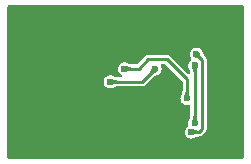
<source format=gbr>
%TF.GenerationSoftware,KiCad,Pcbnew,6.0.4*%
%TF.CreationDate,2022-06-18T10:37:32+08:00*%
%TF.ProjectId,screen_sub_board,73637265-656e-45f7-9375-625f626f6172,rev?*%
%TF.SameCoordinates,Original*%
%TF.FileFunction,Copper,L2,Bot*%
%TF.FilePolarity,Positive*%
%FSLAX46Y46*%
G04 Gerber Fmt 4.6, Leading zero omitted, Abs format (unit mm)*
G04 Created by KiCad (PCBNEW 6.0.4) date 2022-06-18 10:37:32*
%MOMM*%
%LPD*%
G01*
G04 APERTURE LIST*
%TA.AperFunction,ViaPad*%
%ADD10C,0.600000*%
%TD*%
%TA.AperFunction,Conductor*%
%ADD11C,0.250000*%
%TD*%
G04 APERTURE END LIST*
D10*
%TO.N,GND*%
X144300000Y-105800000D03*
X147300000Y-96800000D03*
X146300000Y-96800000D03*
X129300000Y-102800000D03*
X129300000Y-101800000D03*
X129300000Y-95800000D03*
X129300000Y-94800000D03*
X136300000Y-95800000D03*
X135300000Y-95800000D03*
X136300000Y-102800000D03*
X135300000Y-102800000D03*
%TO.N,+5V*%
X144800000Y-97450000D03*
%TO.N,+3V3*%
X144650000Y-98400000D03*
%TO.N,+5V*%
X144363196Y-104046289D03*
%TO.N,+3V3*%
X144650000Y-103300000D03*
%TO.N,GND*%
X142920000Y-103680000D03*
%TO.N,/MOSI*%
X141300000Y-98700000D03*
%TO.N,/DC*%
X144000000Y-101200000D03*
%TO.N,/MOSI*%
X137500000Y-99800000D03*
%TO.N,/DC*%
X138700000Y-98700000D03*
%TD*%
D11*
%TO.N,+5V*%
X144363196Y-104046289D02*
X145003711Y-104046289D01*
X145003711Y-104046289D02*
X145274511Y-103775489D01*
X145274511Y-103775489D02*
X145274511Y-97924511D01*
X145274511Y-97924511D02*
X144800000Y-97450000D01*
%TO.N,+3V3*%
X144650000Y-103300000D02*
X144650000Y-98400000D01*
%TO.N,/DC*%
X140700000Y-97900000D02*
X142300000Y-97900000D01*
X138700000Y-98700000D02*
X139900000Y-98700000D01*
X139900000Y-98700000D02*
X140700000Y-97900000D01*
X142300000Y-97900000D02*
X144000000Y-99600000D01*
X144000000Y-99600000D02*
X144000000Y-101200000D01*
%TO.N,/MOSI*%
X137500000Y-99800000D02*
X140200000Y-99800000D01*
X140200000Y-99800000D02*
X141300000Y-98700000D01*
%TD*%
%TA.AperFunction,Conductor*%
%TO.N,+5V*%
G36*
X144501363Y-103780019D02*
G01*
X144543807Y-103801408D01*
X144544053Y-103801535D01*
X144587557Y-103824763D01*
X144626833Y-103845960D01*
X144663835Y-103864897D01*
X144700617Y-103881400D01*
X144700812Y-103881470D01*
X144700819Y-103881473D01*
X144738994Y-103895207D01*
X144739002Y-103895210D01*
X144739237Y-103895294D01*
X144739476Y-103895357D01*
X144739481Y-103895358D01*
X144781495Y-103906339D01*
X144781503Y-103906341D01*
X144781749Y-103906405D01*
X144782008Y-103906449D01*
X144782010Y-103906449D01*
X144829989Y-103914520D01*
X144830209Y-103914557D01*
X144830431Y-103914577D01*
X144830433Y-103914577D01*
X144839121Y-103915349D01*
X144886673Y-103919577D01*
X144886856Y-103919582D01*
X144886861Y-103919582D01*
X144941797Y-103920996D01*
X144949979Y-103924634D01*
X144953196Y-103932692D01*
X144953196Y-104159886D01*
X144949769Y-104168159D01*
X144941797Y-104171582D01*
X144886861Y-104172995D01*
X144886856Y-104172995D01*
X144886673Y-104173000D01*
X144839121Y-104177228D01*
X144830433Y-104178000D01*
X144830431Y-104178000D01*
X144830209Y-104178020D01*
X144829989Y-104178057D01*
X144782010Y-104186128D01*
X144782008Y-104186128D01*
X144781749Y-104186172D01*
X144781503Y-104186236D01*
X144781495Y-104186238D01*
X144739481Y-104197219D01*
X144739476Y-104197220D01*
X144739237Y-104197283D01*
X144739002Y-104197367D01*
X144738994Y-104197370D01*
X144700819Y-104211104D01*
X144700812Y-104211107D01*
X144700617Y-104211177D01*
X144663835Y-104227680D01*
X144626833Y-104246617D01*
X144626811Y-104246629D01*
X144626803Y-104246633D01*
X144587603Y-104267789D01*
X144587557Y-104267814D01*
X144544053Y-104291042D01*
X144543807Y-104291169D01*
X144501363Y-104312559D01*
X144492433Y-104313222D01*
X144487988Y-104310544D01*
X144401820Y-104227680D01*
X144221965Y-104054722D01*
X144218377Y-104046518D01*
X144221965Y-104037856D01*
X144331323Y-103932692D01*
X144467709Y-103801535D01*
X144487988Y-103782034D01*
X144496327Y-103778769D01*
X144501363Y-103780019D01*
G37*
%TD.AperFunction*%
%TD*%
%TA.AperFunction,Conductor*%
%TO.N,+5V*%
G36*
X145075099Y-97351386D02*
G01*
X145083303Y-97354974D01*
X145085981Y-97359419D01*
X145100867Y-97404553D01*
X145100951Y-97404816D01*
X145115290Y-97452006D01*
X145128073Y-97494766D01*
X145140846Y-97534321D01*
X145140901Y-97534465D01*
X145155104Y-97571785D01*
X145155109Y-97571797D01*
X145155186Y-97571999D01*
X145172670Y-97609132D01*
X145194874Y-97647048D01*
X145223376Y-97687079D01*
X145259752Y-97730554D01*
X145259878Y-97730687D01*
X145259881Y-97730690D01*
X145297727Y-97770535D01*
X145300940Y-97778894D01*
X145297517Y-97786866D01*
X145136866Y-97947517D01*
X145128593Y-97950944D01*
X145120535Y-97947727D01*
X145080690Y-97909881D01*
X145080687Y-97909878D01*
X145080554Y-97909752D01*
X145037079Y-97873376D01*
X144997048Y-97844874D01*
X144996811Y-97844735D01*
X144959365Y-97822806D01*
X144959357Y-97822802D01*
X144959132Y-97822670D01*
X144921999Y-97805186D01*
X144921797Y-97805109D01*
X144921785Y-97805104D01*
X144894177Y-97794597D01*
X144884321Y-97790846D01*
X144844766Y-97778073D01*
X144844717Y-97778058D01*
X144844697Y-97778052D01*
X144802057Y-97765305D01*
X144802006Y-97765290D01*
X144754816Y-97750951D01*
X144754553Y-97750867D01*
X144709419Y-97735981D01*
X144702636Y-97730136D01*
X144701386Y-97725099D01*
X144694172Y-97356099D01*
X144697437Y-97347760D01*
X144706099Y-97344172D01*
X145075099Y-97351386D01*
G37*
%TD.AperFunction*%
%TD*%
%TA.AperFunction,Conductor*%
%TO.N,+3V3*%
G36*
X144658433Y-98258769D02*
G01*
X144914255Y-98524792D01*
X144917520Y-98533131D01*
X144916270Y-98538167D01*
X144894880Y-98580611D01*
X144894753Y-98580857D01*
X144871525Y-98624361D01*
X144850328Y-98663637D01*
X144831391Y-98700639D01*
X144814888Y-98737421D01*
X144800994Y-98776041D01*
X144789883Y-98818553D01*
X144781731Y-98867013D01*
X144776711Y-98923477D01*
X144776706Y-98923660D01*
X144776706Y-98923665D01*
X144775293Y-98978601D01*
X144771655Y-98986783D01*
X144763597Y-98990000D01*
X144536403Y-98990000D01*
X144528130Y-98986573D01*
X144524707Y-98978601D01*
X144523293Y-98923665D01*
X144523293Y-98923660D01*
X144523288Y-98923477D01*
X144518268Y-98867013D01*
X144510116Y-98818553D01*
X144499005Y-98776041D01*
X144485111Y-98737421D01*
X144468608Y-98700639D01*
X144449671Y-98663637D01*
X144428474Y-98624361D01*
X144405246Y-98580857D01*
X144405119Y-98580611D01*
X144383730Y-98538167D01*
X144383067Y-98529237D01*
X144385745Y-98524792D01*
X144641567Y-98258769D01*
X144649771Y-98255181D01*
X144658433Y-98258769D01*
G37*
%TD.AperFunction*%
%TD*%
%TA.AperFunction,Conductor*%
%TO.N,+3V3*%
G36*
X144771870Y-102713427D02*
G01*
X144775293Y-102721399D01*
X144776711Y-102776522D01*
X144781731Y-102832986D01*
X144789883Y-102881446D01*
X144800994Y-102923958D01*
X144814888Y-102962578D01*
X144831391Y-102999360D01*
X144831457Y-102999490D01*
X144831458Y-102999491D01*
X144850309Y-103036324D01*
X144850328Y-103036362D01*
X144871500Y-103075592D01*
X144871525Y-103075638D01*
X144894753Y-103119142D01*
X144894880Y-103119388D01*
X144916270Y-103161833D01*
X144916933Y-103170763D01*
X144914255Y-103175208D01*
X144658433Y-103441231D01*
X144650229Y-103444819D01*
X144641567Y-103441231D01*
X144385745Y-103175208D01*
X144382480Y-103166869D01*
X144383730Y-103161833D01*
X144405119Y-103119388D01*
X144405246Y-103119142D01*
X144428449Y-103075684D01*
X144428474Y-103075638D01*
X144449671Y-103036362D01*
X144449690Y-103036324D01*
X144468541Y-102999491D01*
X144468542Y-102999490D01*
X144468608Y-102999360D01*
X144485111Y-102962578D01*
X144499005Y-102923958D01*
X144510116Y-102881446D01*
X144518268Y-102832986D01*
X144523288Y-102776522D01*
X144524707Y-102721399D01*
X144528345Y-102713217D01*
X144536403Y-102710000D01*
X144763597Y-102710000D01*
X144771870Y-102713427D01*
G37*
%TD.AperFunction*%
%TD*%
%TA.AperFunction,Conductor*%
%TO.N,/DC*%
G36*
X138838167Y-98433730D02*
G01*
X138880611Y-98455119D01*
X138880857Y-98455246D01*
X138924361Y-98478474D01*
X138963637Y-98499671D01*
X139000639Y-98518608D01*
X139037421Y-98535111D01*
X139037616Y-98535181D01*
X139037623Y-98535184D01*
X139075798Y-98548918D01*
X139075806Y-98548921D01*
X139076041Y-98549005D01*
X139076280Y-98549068D01*
X139076285Y-98549069D01*
X139118299Y-98560050D01*
X139118307Y-98560052D01*
X139118553Y-98560116D01*
X139118812Y-98560160D01*
X139118814Y-98560160D01*
X139166793Y-98568231D01*
X139167013Y-98568268D01*
X139167235Y-98568288D01*
X139167237Y-98568288D01*
X139175925Y-98569060D01*
X139223477Y-98573288D01*
X139223660Y-98573293D01*
X139223665Y-98573293D01*
X139278601Y-98574707D01*
X139286783Y-98578345D01*
X139290000Y-98586403D01*
X139290000Y-98813597D01*
X139286573Y-98821870D01*
X139278601Y-98825293D01*
X139223665Y-98826706D01*
X139223660Y-98826706D01*
X139223477Y-98826711D01*
X139175925Y-98830939D01*
X139167237Y-98831711D01*
X139167235Y-98831711D01*
X139167013Y-98831731D01*
X139166793Y-98831768D01*
X139118814Y-98839839D01*
X139118812Y-98839839D01*
X139118553Y-98839883D01*
X139118307Y-98839947D01*
X139118299Y-98839949D01*
X139076285Y-98850930D01*
X139076280Y-98850931D01*
X139076041Y-98850994D01*
X139075806Y-98851078D01*
X139075798Y-98851081D01*
X139037623Y-98864815D01*
X139037616Y-98864818D01*
X139037421Y-98864888D01*
X139000639Y-98881391D01*
X138963637Y-98900328D01*
X138963615Y-98900340D01*
X138963607Y-98900344D01*
X138924407Y-98921500D01*
X138924361Y-98921525D01*
X138880857Y-98944753D01*
X138880611Y-98944880D01*
X138838167Y-98966270D01*
X138829237Y-98966933D01*
X138824792Y-98964255D01*
X138738624Y-98881391D01*
X138558769Y-98708433D01*
X138555181Y-98700229D01*
X138558769Y-98691567D01*
X138668127Y-98586403D01*
X138804513Y-98455246D01*
X138824792Y-98435745D01*
X138833131Y-98432480D01*
X138838167Y-98433730D01*
G37*
%TD.AperFunction*%
%TD*%
%TA.AperFunction,Conductor*%
%TO.N,/DC*%
G36*
X144121870Y-100613427D02*
G01*
X144125293Y-100621399D01*
X144126711Y-100676522D01*
X144131731Y-100732986D01*
X144139883Y-100781446D01*
X144150994Y-100823958D01*
X144164888Y-100862578D01*
X144181391Y-100899360D01*
X144181457Y-100899490D01*
X144181458Y-100899491D01*
X144200309Y-100936324D01*
X144200328Y-100936362D01*
X144221500Y-100975592D01*
X144221525Y-100975638D01*
X144244753Y-101019142D01*
X144244880Y-101019388D01*
X144266270Y-101061833D01*
X144266933Y-101070763D01*
X144264255Y-101075208D01*
X144008433Y-101341231D01*
X144000229Y-101344819D01*
X143991567Y-101341231D01*
X143735745Y-101075208D01*
X143732480Y-101066869D01*
X143733730Y-101061833D01*
X143755119Y-101019388D01*
X143755246Y-101019142D01*
X143778449Y-100975684D01*
X143778474Y-100975638D01*
X143799671Y-100936362D01*
X143799690Y-100936324D01*
X143818541Y-100899491D01*
X143818542Y-100899490D01*
X143818608Y-100899360D01*
X143835111Y-100862578D01*
X143849005Y-100823958D01*
X143860116Y-100781446D01*
X143868268Y-100732986D01*
X143873288Y-100676522D01*
X143874707Y-100621399D01*
X143878345Y-100613217D01*
X143886403Y-100610000D01*
X144113597Y-100610000D01*
X144121870Y-100613427D01*
G37*
%TD.AperFunction*%
%TD*%
%TA.AperFunction,Conductor*%
%TO.N,/MOSI*%
G36*
X141402240Y-98597437D02*
G01*
X141405828Y-98606099D01*
X141398614Y-98975099D01*
X141395026Y-98983303D01*
X141390581Y-98985981D01*
X141345446Y-99000867D01*
X141345183Y-99000951D01*
X141297993Y-99015290D01*
X141297942Y-99015305D01*
X141255302Y-99028052D01*
X141255282Y-99028058D01*
X141255233Y-99028073D01*
X141215678Y-99040846D01*
X141205822Y-99044597D01*
X141178214Y-99055104D01*
X141178202Y-99055109D01*
X141178000Y-99055186D01*
X141140867Y-99072670D01*
X141140642Y-99072802D01*
X141140634Y-99072806D01*
X141103188Y-99094735D01*
X141102951Y-99094874D01*
X141062920Y-99123376D01*
X141019445Y-99159752D01*
X141019312Y-99159878D01*
X141019309Y-99159881D01*
X140979465Y-99197727D01*
X140971106Y-99200940D01*
X140963134Y-99197517D01*
X140802482Y-99036865D01*
X140799055Y-99028592D01*
X140802271Y-99020537D01*
X140840247Y-98980554D01*
X140876623Y-98937079D01*
X140905125Y-98897048D01*
X140927329Y-98859132D01*
X140944813Y-98821999D01*
X140944890Y-98821797D01*
X140944895Y-98821785D01*
X140959098Y-98784465D01*
X140959153Y-98784321D01*
X140971926Y-98744766D01*
X140984709Y-98702006D01*
X140999048Y-98654816D01*
X140999132Y-98654553D01*
X141014019Y-98609419D01*
X141019865Y-98602636D01*
X141024901Y-98601386D01*
X141393901Y-98594172D01*
X141402240Y-98597437D01*
G37*
%TD.AperFunction*%
%TD*%
%TA.AperFunction,Conductor*%
%TO.N,/MOSI*%
G36*
X137638167Y-99533730D02*
G01*
X137680611Y-99555119D01*
X137680857Y-99555246D01*
X137724361Y-99578474D01*
X137763637Y-99599671D01*
X137800639Y-99618608D01*
X137837421Y-99635111D01*
X137837616Y-99635181D01*
X137837623Y-99635184D01*
X137875798Y-99648918D01*
X137875806Y-99648921D01*
X137876041Y-99649005D01*
X137876280Y-99649068D01*
X137876285Y-99649069D01*
X137918299Y-99660050D01*
X137918307Y-99660052D01*
X137918553Y-99660116D01*
X137918812Y-99660160D01*
X137918814Y-99660160D01*
X137966793Y-99668231D01*
X137967013Y-99668268D01*
X137967235Y-99668288D01*
X137967237Y-99668288D01*
X137975925Y-99669060D01*
X138023477Y-99673288D01*
X138023660Y-99673293D01*
X138023665Y-99673293D01*
X138078601Y-99674707D01*
X138086783Y-99678345D01*
X138090000Y-99686403D01*
X138090000Y-99913597D01*
X138086573Y-99921870D01*
X138078601Y-99925293D01*
X138023665Y-99926706D01*
X138023660Y-99926706D01*
X138023477Y-99926711D01*
X137975925Y-99930939D01*
X137967237Y-99931711D01*
X137967235Y-99931711D01*
X137967013Y-99931731D01*
X137966793Y-99931768D01*
X137918814Y-99939839D01*
X137918812Y-99939839D01*
X137918553Y-99939883D01*
X137918307Y-99939947D01*
X137918299Y-99939949D01*
X137876285Y-99950930D01*
X137876280Y-99950931D01*
X137876041Y-99950994D01*
X137875806Y-99951078D01*
X137875798Y-99951081D01*
X137837623Y-99964815D01*
X137837616Y-99964818D01*
X137837421Y-99964888D01*
X137800639Y-99981391D01*
X137763637Y-100000328D01*
X137763615Y-100000340D01*
X137763607Y-100000344D01*
X137724407Y-100021500D01*
X137724361Y-100021525D01*
X137680857Y-100044753D01*
X137680611Y-100044880D01*
X137638167Y-100066270D01*
X137629237Y-100066933D01*
X137624792Y-100064255D01*
X137538624Y-99981391D01*
X137358769Y-99808433D01*
X137355181Y-99800229D01*
X137358769Y-99791567D01*
X137468127Y-99686403D01*
X137604513Y-99555246D01*
X137624792Y-99535745D01*
X137633131Y-99532480D01*
X137638167Y-99533730D01*
G37*
%TD.AperFunction*%
%TD*%
%TA.AperFunction,Conductor*%
%TO.N,GND*%
G36*
X148742121Y-93320002D02*
G01*
X148788614Y-93373658D01*
X148800000Y-93426000D01*
X148800000Y-106174000D01*
X148779998Y-106242121D01*
X148726342Y-106288614D01*
X148674000Y-106300000D01*
X128926000Y-106300000D01*
X128857879Y-106279998D01*
X128811386Y-106226342D01*
X128800000Y-106174000D01*
X128800000Y-99800000D01*
X136940715Y-99800000D01*
X136959772Y-99944754D01*
X137015645Y-100079642D01*
X137039850Y-100111186D01*
X137094225Y-100182049D01*
X137104526Y-100195474D01*
X137111076Y-100200500D01*
X137111079Y-100200503D01*
X137208771Y-100275465D01*
X137220357Y-100284355D01*
X137355246Y-100340228D01*
X137500000Y-100359285D01*
X137508188Y-100358207D01*
X137636568Y-100341306D01*
X137636570Y-100341305D01*
X137644754Y-100340228D01*
X137652382Y-100337068D01*
X137652387Y-100337067D01*
X137722835Y-100307886D01*
X137737384Y-100302876D01*
X137754952Y-100298006D01*
X137760480Y-100295220D01*
X137760483Y-100295219D01*
X137797396Y-100276616D01*
X137799473Y-100275557D01*
X137799522Y-100275532D01*
X137799653Y-100275465D01*
X137799899Y-100275338D01*
X137803081Y-100273667D01*
X137846585Y-100250439D01*
X137847609Y-100249889D01*
X137883179Y-100230692D01*
X137885563Y-100229439D01*
X137910065Y-100216899D01*
X137915892Y-100214103D01*
X137930208Y-100207680D01*
X137939128Y-100204081D01*
X137947602Y-100201032D01*
X137958386Y-100197689D01*
X137964381Y-100196122D01*
X137967568Y-100195289D01*
X137978521Y-100192940D01*
X137995238Y-100190128D01*
X138004974Y-100188879D01*
X138034368Y-100186266D01*
X138042284Y-100185813D01*
X138079289Y-100184861D01*
X138085274Y-100184707D01*
X138095727Y-100182417D01*
X138122681Y-100179500D01*
X140146080Y-100179500D01*
X140170028Y-100182049D01*
X140171693Y-100182128D01*
X140181876Y-100184320D01*
X140192217Y-100183096D01*
X140197946Y-100182418D01*
X140215223Y-100180373D01*
X140221154Y-100180023D01*
X140221146Y-100179928D01*
X140226324Y-100179500D01*
X140231524Y-100179500D01*
X140236653Y-100178646D01*
X140236656Y-100178646D01*
X140250565Y-100176331D01*
X140256443Y-100175494D01*
X140297001Y-100170694D01*
X140297002Y-100170694D01*
X140307341Y-100169470D01*
X140315593Y-100165507D01*
X140324626Y-100164004D01*
X140333795Y-100159057D01*
X140333797Y-100159056D01*
X140369732Y-100139666D01*
X140375025Y-100136969D01*
X140414082Y-100118215D01*
X140414086Y-100118212D01*
X140421232Y-100114781D01*
X140425508Y-100111186D01*
X140427431Y-100109263D01*
X140429363Y-100107491D01*
X140429442Y-100107448D01*
X140429555Y-100107572D01*
X140430095Y-100107096D01*
X140435814Y-100104010D01*
X140472417Y-100064413D01*
X140475846Y-100060848D01*
X141128255Y-99408439D01*
X141150063Y-99391005D01*
X141158181Y-99385878D01*
X141189369Y-99356254D01*
X141195282Y-99350982D01*
X141217910Y-99332050D01*
X141225680Y-99326047D01*
X141227805Y-99324534D01*
X141239485Y-99316218D01*
X141248888Y-99310134D01*
X141257062Y-99305347D01*
X141267066Y-99300077D01*
X141275220Y-99296238D01*
X141284067Y-99292478D01*
X141292784Y-99289160D01*
X141298752Y-99286888D01*
X141304822Y-99284754D01*
X141330975Y-99276309D01*
X141333576Y-99275500D01*
X141372270Y-99263932D01*
X141373384Y-99263597D01*
X141420625Y-99249243D01*
X141424136Y-99248149D01*
X141424356Y-99248079D01*
X141424406Y-99248063D01*
X141426618Y-99247345D01*
X141426680Y-99247325D01*
X141426725Y-99247310D01*
X141471860Y-99232424D01*
X141524497Y-99208257D01*
X141527107Y-99206685D01*
X141537255Y-99201913D01*
X141579643Y-99184355D01*
X141586196Y-99179327D01*
X141688921Y-99100503D01*
X141688924Y-99100500D01*
X141695474Y-99095474D01*
X141705776Y-99082049D01*
X141772016Y-98995722D01*
X141784355Y-98979642D01*
X141801474Y-98938315D01*
X141820422Y-98892570D01*
X141840228Y-98844754D01*
X141841566Y-98834596D01*
X141858207Y-98708188D01*
X141859285Y-98700000D01*
X141855037Y-98667731D01*
X141841306Y-98563432D01*
X141841305Y-98563430D01*
X141840228Y-98555246D01*
X141835882Y-98544754D01*
X141798174Y-98453718D01*
X141790585Y-98383128D01*
X141822364Y-98319641D01*
X141883422Y-98283414D01*
X141914583Y-98279500D01*
X142090616Y-98279500D01*
X142158737Y-98299502D01*
X142179711Y-98316405D01*
X143583595Y-99720289D01*
X143617621Y-99782601D01*
X143620500Y-99809384D01*
X143620500Y-100577612D01*
X143617406Y-100605361D01*
X143615293Y-100614721D01*
X143615134Y-100620909D01*
X143614186Y-100657717D01*
X143613733Y-100665630D01*
X143611121Y-100695016D01*
X143609869Y-100704767D01*
X143607057Y-100721479D01*
X143604711Y-100732426D01*
X143602317Y-100741588D01*
X143598969Y-100752393D01*
X143595916Y-100760878D01*
X143592322Y-100769785D01*
X143585888Y-100784125D01*
X143583116Y-100789902D01*
X143570578Y-100814400D01*
X143569324Y-100816785D01*
X143550178Y-100852264D01*
X143550106Y-100852398D01*
X143549560Y-100853414D01*
X143526332Y-100896918D01*
X143524661Y-100900100D01*
X143524534Y-100900346D01*
X143523380Y-100902609D01*
X143501991Y-100945054D01*
X143481872Y-100999319D01*
X143481130Y-101002310D01*
X143477320Y-101012881D01*
X143459772Y-101055246D01*
X143440715Y-101200000D01*
X143459772Y-101344754D01*
X143515645Y-101479642D01*
X143604526Y-101595474D01*
X143611076Y-101600500D01*
X143611079Y-101600503D01*
X143713804Y-101679327D01*
X143720357Y-101684355D01*
X143855246Y-101740228D01*
X144000000Y-101759285D01*
X144008188Y-101758207D01*
X144008189Y-101758207D01*
X144128054Y-101742427D01*
X144198203Y-101753367D01*
X144251301Y-101800495D01*
X144270500Y-101867349D01*
X144270500Y-102677612D01*
X144267406Y-102705361D01*
X144265293Y-102714721D01*
X144265134Y-102720909D01*
X144264186Y-102757717D01*
X144263733Y-102765630D01*
X144261121Y-102795016D01*
X144259869Y-102804767D01*
X144257057Y-102821479D01*
X144254711Y-102832426D01*
X144252317Y-102841588D01*
X144248969Y-102852393D01*
X144245916Y-102860878D01*
X144242322Y-102869785D01*
X144235888Y-102884125D01*
X144233116Y-102889902D01*
X144220578Y-102914400D01*
X144219324Y-102916785D01*
X144200178Y-102952264D01*
X144200106Y-102952398D01*
X144199560Y-102953414D01*
X144176332Y-102996918D01*
X144174661Y-103000100D01*
X144174534Y-103000346D01*
X144173380Y-103002609D01*
X144151991Y-103045054D01*
X144131872Y-103099319D01*
X144131130Y-103102310D01*
X144127320Y-103112881D01*
X144109772Y-103155246D01*
X144090715Y-103300000D01*
X144109772Y-103444754D01*
X144110407Y-103446288D01*
X144108789Y-103514210D01*
X144065477Y-103575805D01*
X143967722Y-103650815D01*
X143878841Y-103766647D01*
X143875682Y-103774273D01*
X143875681Y-103774275D01*
X143847778Y-103841638D01*
X143822968Y-103901535D01*
X143821891Y-103909719D01*
X143821890Y-103909721D01*
X143816297Y-103952208D01*
X143803911Y-104046289D01*
X143822968Y-104191043D01*
X143878841Y-104325931D01*
X143903046Y-104357475D01*
X143956135Y-104426662D01*
X143967722Y-104441763D01*
X143974272Y-104446789D01*
X143974275Y-104446792D01*
X144071967Y-104521754D01*
X144083553Y-104530644D01*
X144218442Y-104586517D01*
X144363196Y-104605574D01*
X144371384Y-104604496D01*
X144499764Y-104587595D01*
X144499766Y-104587594D01*
X144507950Y-104586517D01*
X144515578Y-104583357D01*
X144515583Y-104583356D01*
X144586031Y-104554175D01*
X144600580Y-104549165D01*
X144618148Y-104544295D01*
X144623676Y-104541509D01*
X144623679Y-104541508D01*
X144660592Y-104522905D01*
X144662669Y-104521846D01*
X144662718Y-104521821D01*
X144662849Y-104521754D01*
X144663095Y-104521627D01*
X144666277Y-104519956D01*
X144709781Y-104496728D01*
X144710805Y-104496178D01*
X144746375Y-104476981D01*
X144748759Y-104475728D01*
X144773261Y-104463188D01*
X144779088Y-104460392D01*
X144793404Y-104453969D01*
X144802324Y-104450370D01*
X144810798Y-104447321D01*
X144821582Y-104443978D01*
X144827577Y-104442411D01*
X144830764Y-104441578D01*
X144841717Y-104439229D01*
X144858434Y-104436417D01*
X144868170Y-104435168D01*
X144897564Y-104432555D01*
X144905480Y-104432102D01*
X144932215Y-104431414D01*
X144948470Y-104430996D01*
X144954320Y-104429715D01*
X144957410Y-104429340D01*
X144976441Y-104428640D01*
X144985587Y-104430609D01*
X145018934Y-104426662D01*
X145024865Y-104426312D01*
X145024857Y-104426217D01*
X145030035Y-104425789D01*
X145035235Y-104425789D01*
X145040364Y-104424935D01*
X145040367Y-104424935D01*
X145054276Y-104422620D01*
X145060154Y-104421783D01*
X145100712Y-104416983D01*
X145100713Y-104416983D01*
X145111052Y-104415759D01*
X145119304Y-104411796D01*
X145128337Y-104410293D01*
X145137506Y-104405346D01*
X145137508Y-104405345D01*
X145173443Y-104385955D01*
X145178736Y-104383258D01*
X145217793Y-104364504D01*
X145217797Y-104364501D01*
X145224943Y-104361070D01*
X145229219Y-104357475D01*
X145231142Y-104355552D01*
X145233074Y-104353780D01*
X145233153Y-104353737D01*
X145233266Y-104353861D01*
X145233806Y-104353385D01*
X145239525Y-104350299D01*
X145276128Y-104310702D01*
X145279557Y-104307137D01*
X145504727Y-104081967D01*
X145523475Y-104066825D01*
X145524700Y-104065710D01*
X145533451Y-104060060D01*
X145539898Y-104051882D01*
X145539900Y-104051880D01*
X145554240Y-104033689D01*
X145558186Y-104029248D01*
X145558113Y-104029186D01*
X145561472Y-104025222D01*
X145565149Y-104021545D01*
X145576403Y-104005797D01*
X145579909Y-104001127D01*
X145611667Y-103960842D01*
X145614699Y-103952208D01*
X145620025Y-103944755D01*
X145634714Y-103895639D01*
X145636547Y-103889997D01*
X145650901Y-103849122D01*
X145650901Y-103849121D01*
X145653529Y-103841638D01*
X145654011Y-103836073D01*
X145654011Y-103833365D01*
X145654125Y-103830731D01*
X145654154Y-103830633D01*
X145654318Y-103830640D01*
X145654362Y-103829936D01*
X145656224Y-103823711D01*
X145654108Y-103769854D01*
X145654011Y-103764907D01*
X145654011Y-97978431D01*
X145656560Y-97954483D01*
X145656639Y-97952818D01*
X145658831Y-97942635D01*
X145654884Y-97909288D01*
X145654534Y-97903357D01*
X145654439Y-97903365D01*
X145654011Y-97898187D01*
X145654011Y-97892987D01*
X145652158Y-97881854D01*
X145650842Y-97873946D01*
X145650005Y-97868068D01*
X145645205Y-97827510D01*
X145645205Y-97827509D01*
X145643981Y-97817170D01*
X145640018Y-97808918D01*
X145638515Y-97799885D01*
X145614176Y-97754777D01*
X145611480Y-97749486D01*
X145592726Y-97710429D01*
X145592723Y-97710425D01*
X145589292Y-97703279D01*
X145585697Y-97699003D01*
X145583774Y-97697080D01*
X145582002Y-97695148D01*
X145581959Y-97695069D01*
X145582083Y-97694956D01*
X145581607Y-97694416D01*
X145578521Y-97688697D01*
X145538924Y-97652094D01*
X145535359Y-97648665D01*
X145508442Y-97621748D01*
X145491006Y-97599937D01*
X145489182Y-97597049D01*
X145489182Y-97597048D01*
X145485880Y-97591821D01*
X145481620Y-97587336D01*
X145481617Y-97587332D01*
X145456262Y-97560637D01*
X145450986Y-97554721D01*
X145432050Y-97532090D01*
X145426041Y-97524311D01*
X145425932Y-97524157D01*
X145416218Y-97510514D01*
X145410138Y-97501117D01*
X145405348Y-97492939D01*
X145400070Y-97482922D01*
X145396234Y-97474773D01*
X145392478Y-97465933D01*
X145386895Y-97451266D01*
X145384756Y-97445183D01*
X145376306Y-97419016D01*
X145375493Y-97416400D01*
X145363918Y-97377680D01*
X145363894Y-97377601D01*
X145363608Y-97376650D01*
X145363581Y-97376561D01*
X145363527Y-97376382D01*
X145349312Y-97329600D01*
X145349181Y-97329174D01*
X145348266Y-97326237D01*
X145348225Y-97326108D01*
X145348149Y-97325863D01*
X145348065Y-97325600D01*
X145347309Y-97323272D01*
X145332423Y-97278138D01*
X145308257Y-97225503D01*
X145306683Y-97222890D01*
X145301904Y-97212726D01*
X145287516Y-97177989D01*
X145287515Y-97177988D01*
X145284355Y-97170358D01*
X145195474Y-97054526D01*
X145188924Y-97049500D01*
X145188921Y-97049497D01*
X145086196Y-96970673D01*
X145086194Y-96970672D01*
X145079643Y-96965645D01*
X144944754Y-96909772D01*
X144800000Y-96890715D01*
X144791812Y-96891793D01*
X144663432Y-96908694D01*
X144663430Y-96908695D01*
X144655246Y-96909772D01*
X144607430Y-96929578D01*
X144527986Y-96962485D01*
X144527984Y-96962486D01*
X144520358Y-96965645D01*
X144404526Y-97054526D01*
X144315645Y-97170358D01*
X144259772Y-97305246D01*
X144258695Y-97313430D01*
X144258694Y-97313432D01*
X144250246Y-97377601D01*
X144240715Y-97450000D01*
X144241793Y-97458188D01*
X144258517Y-97585219D01*
X144259772Y-97594754D01*
X144276685Y-97635586D01*
X144307687Y-97710429D01*
X144315645Y-97729642D01*
X144320673Y-97736195D01*
X144320675Y-97736198D01*
X144349049Y-97773176D01*
X144374650Y-97839396D01*
X144360385Y-97908945D01*
X144325790Y-97949843D01*
X144261075Y-97999500D01*
X144261072Y-97999503D01*
X144254526Y-98004526D01*
X144165645Y-98120358D01*
X144162486Y-98127984D01*
X144162485Y-98127986D01*
X144140165Y-98181872D01*
X144109772Y-98255246D01*
X144108695Y-98263430D01*
X144108694Y-98263432D01*
X144101560Y-98317621D01*
X144090715Y-98400000D01*
X144109772Y-98544754D01*
X144142113Y-98622833D01*
X144147121Y-98637380D01*
X144150337Y-98648982D01*
X144150340Y-98648990D01*
X144151992Y-98654948D01*
X144173381Y-98697392D01*
X144174534Y-98699653D01*
X144174661Y-98699899D01*
X144174714Y-98700000D01*
X144174796Y-98700157D01*
X144176274Y-98702971D01*
X144176332Y-98703081D01*
X144199560Y-98746585D01*
X144200039Y-98747478D01*
X144200109Y-98747608D01*
X144219304Y-98783174D01*
X144220587Y-98785614D01*
X144233105Y-98810074D01*
X144235900Y-98815900D01*
X144242317Y-98830203D01*
X144245916Y-98839121D01*
X144248969Y-98847606D01*
X144252317Y-98858411D01*
X144254711Y-98867573D01*
X144257057Y-98878520D01*
X144259869Y-98895232D01*
X144261121Y-98904983D01*
X144263733Y-98934369D01*
X144264186Y-98942282D01*
X144265293Y-98985279D01*
X144267581Y-98995722D01*
X144270500Y-99022686D01*
X144270500Y-99029616D01*
X144250498Y-99097737D01*
X144196842Y-99144230D01*
X144126568Y-99154334D01*
X144061988Y-99124840D01*
X144055405Y-99118711D01*
X142606478Y-97669784D01*
X142591336Y-97651036D01*
X142590221Y-97649811D01*
X142584571Y-97641060D01*
X142576393Y-97634613D01*
X142576391Y-97634611D01*
X142558200Y-97620271D01*
X142553759Y-97616325D01*
X142553697Y-97616398D01*
X142549733Y-97613039D01*
X142546056Y-97609362D01*
X142530308Y-97598108D01*
X142525638Y-97594602D01*
X142485353Y-97562844D01*
X142476719Y-97559812D01*
X142469266Y-97554486D01*
X142420150Y-97539797D01*
X142414508Y-97537964D01*
X142373633Y-97523610D01*
X142373632Y-97523610D01*
X142366149Y-97520982D01*
X142360584Y-97520500D01*
X142357876Y-97520500D01*
X142355242Y-97520386D01*
X142355144Y-97520357D01*
X142355151Y-97520193D01*
X142354447Y-97520149D01*
X142348222Y-97518287D01*
X142294365Y-97520403D01*
X142289418Y-97520500D01*
X140753920Y-97520500D01*
X140729972Y-97517951D01*
X140728307Y-97517872D01*
X140718124Y-97515680D01*
X140707783Y-97516904D01*
X140684777Y-97519627D01*
X140678846Y-97519977D01*
X140678854Y-97520072D01*
X140673676Y-97520500D01*
X140668476Y-97520500D01*
X140663347Y-97521354D01*
X140663344Y-97521354D01*
X140649435Y-97523669D01*
X140643557Y-97524506D01*
X140602999Y-97529306D01*
X140602998Y-97529306D01*
X140592659Y-97530530D01*
X140584407Y-97534493D01*
X140575374Y-97535996D01*
X140566205Y-97540943D01*
X140566203Y-97540944D01*
X140530268Y-97560334D01*
X140524975Y-97563031D01*
X140485918Y-97581785D01*
X140485914Y-97581788D01*
X140478768Y-97585219D01*
X140474492Y-97588814D01*
X140472569Y-97590737D01*
X140470637Y-97592509D01*
X140470558Y-97592552D01*
X140470445Y-97592428D01*
X140469905Y-97592904D01*
X140464186Y-97595990D01*
X140457119Y-97603635D01*
X140427584Y-97635586D01*
X140424154Y-97639152D01*
X139779711Y-98283595D01*
X139717399Y-98317621D01*
X139690616Y-98320500D01*
X139322387Y-98320500D01*
X139294638Y-98317406D01*
X139292831Y-98316998D01*
X139285278Y-98315293D01*
X139253293Y-98314470D01*
X139242287Y-98314186D01*
X139234374Y-98313733D01*
X139211097Y-98311664D01*
X139204987Y-98311121D01*
X139195245Y-98309871D01*
X139178510Y-98307055D01*
X139167571Y-98304710D01*
X139158386Y-98302310D01*
X139147599Y-98298967D01*
X139139143Y-98295925D01*
X139130217Y-98292323D01*
X139115899Y-98285899D01*
X139110074Y-98283105D01*
X139085614Y-98270587D01*
X139083174Y-98269304D01*
X139047608Y-98250109D01*
X139046585Y-98249560D01*
X139003081Y-98226332D01*
X139002971Y-98226274D01*
X139000157Y-98224796D01*
X139000057Y-98224744D01*
X138999899Y-98224661D01*
X138999653Y-98224534D01*
X138997392Y-98223381D01*
X138954948Y-98201992D01*
X138924597Y-98190739D01*
X138903986Y-98183097D01*
X138903980Y-98183095D01*
X138900681Y-98181872D01*
X138897691Y-98181130D01*
X138887109Y-98177316D01*
X138852383Y-98162932D01*
X138844754Y-98159772D01*
X138700000Y-98140715D01*
X138691812Y-98141793D01*
X138563432Y-98158694D01*
X138563430Y-98158695D01*
X138555246Y-98159772D01*
X138507430Y-98179578D01*
X138427986Y-98212485D01*
X138427984Y-98212486D01*
X138420358Y-98215645D01*
X138378687Y-98247620D01*
X138311771Y-98298967D01*
X138304526Y-98304526D01*
X138299503Y-98311072D01*
X138294643Y-98317406D01*
X138215645Y-98420358D01*
X138212486Y-98427984D01*
X138212485Y-98427986D01*
X138180352Y-98505562D01*
X138159772Y-98555246D01*
X138158695Y-98563430D01*
X138158694Y-98563432D01*
X138144963Y-98667731D01*
X138140715Y-98700000D01*
X138141793Y-98708188D01*
X138158435Y-98834596D01*
X138159772Y-98844754D01*
X138179578Y-98892570D01*
X138198527Y-98938315D01*
X138215645Y-98979642D01*
X138227984Y-98995722D01*
X138294225Y-99082049D01*
X138304526Y-99095474D01*
X138311076Y-99100500D01*
X138311079Y-99100503D01*
X138375439Y-99149888D01*
X138420357Y-99184355D01*
X138425240Y-99186378D01*
X138473284Y-99236765D01*
X138486719Y-99306479D01*
X138460332Y-99372389D01*
X138402499Y-99413571D01*
X138361290Y-99420500D01*
X138122387Y-99420500D01*
X138094638Y-99417406D01*
X138092831Y-99416998D01*
X138085278Y-99415293D01*
X138053293Y-99414470D01*
X138042287Y-99414186D01*
X138034374Y-99413733D01*
X138011097Y-99411664D01*
X138004987Y-99411121D01*
X137995245Y-99409871D01*
X137978510Y-99407055D01*
X137967571Y-99404710D01*
X137958386Y-99402310D01*
X137947599Y-99398967D01*
X137939143Y-99395925D01*
X137930217Y-99392323D01*
X137915899Y-99385899D01*
X137910074Y-99383105D01*
X137907171Y-99381619D01*
X137885598Y-99370579D01*
X137883174Y-99369304D01*
X137847608Y-99350109D01*
X137846585Y-99349560D01*
X137841494Y-99346842D01*
X137803081Y-99326332D01*
X137802971Y-99326274D01*
X137800157Y-99324796D01*
X137800057Y-99324744D01*
X137799899Y-99324661D01*
X137799653Y-99324534D01*
X137797392Y-99323381D01*
X137754948Y-99301992D01*
X137739429Y-99296238D01*
X137703986Y-99283097D01*
X137703980Y-99283095D01*
X137700681Y-99281872D01*
X137697691Y-99281130D01*
X137687109Y-99277316D01*
X137652383Y-99262932D01*
X137644754Y-99259772D01*
X137500000Y-99240715D01*
X137491812Y-99241793D01*
X137363432Y-99258694D01*
X137363430Y-99258695D01*
X137355246Y-99259772D01*
X137307430Y-99279578D01*
X137227986Y-99312485D01*
X137227984Y-99312486D01*
X137220358Y-99315645D01*
X137148756Y-99370587D01*
X137122150Y-99391003D01*
X137104526Y-99404526D01*
X137099503Y-99411072D01*
X137094643Y-99417406D01*
X137015645Y-99520358D01*
X136959772Y-99655246D01*
X136940715Y-99800000D01*
X128800000Y-99800000D01*
X128800000Y-93426000D01*
X128820002Y-93357879D01*
X128873658Y-93311386D01*
X128926000Y-93300000D01*
X148674000Y-93300000D01*
X148742121Y-93320002D01*
G37*
%TD.AperFunction*%
%TD*%
M02*

</source>
